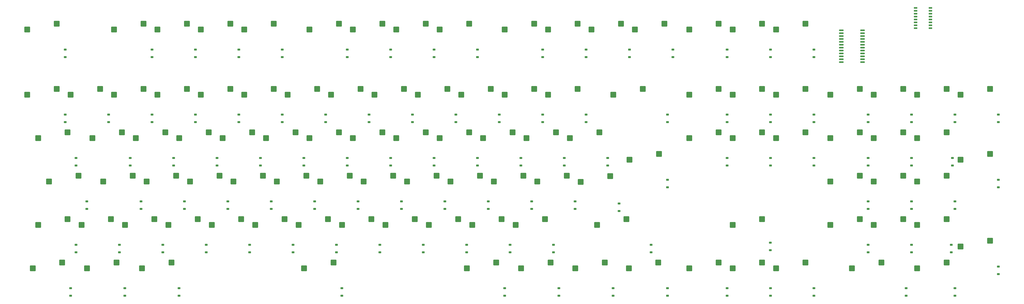
<source format=gbr>
%TF.GenerationSoftware,KiCad,Pcbnew,7.0.10*%
%TF.CreationDate,2024-04-02T12:04:44+02:00*%
%TF.ProjectId,k3yb.it,6b337962-2e69-4742-9e6b-696361645f70,v1.0b*%
%TF.SameCoordinates,Original*%
%TF.FileFunction,Paste,Bot*%
%TF.FilePolarity,Positive*%
%FSLAX46Y46*%
G04 Gerber Fmt 4.6, Leading zero omitted, Abs format (unit mm)*
G04 Created by KiCad (PCBNEW 7.0.10) date 2024-04-02 12:04:44*
%MOMM*%
%LPD*%
G01*
G04 APERTURE LIST*
G04 Aperture macros list*
%AMRoundRect*
0 Rectangle with rounded corners*
0 $1 Rounding radius*
0 $2 $3 $4 $5 $6 $7 $8 $9 X,Y pos of 4 corners*
0 Add a 4 corners polygon primitive as box body*
4,1,4,$2,$3,$4,$5,$6,$7,$8,$9,$2,$3,0*
0 Add four circle primitives for the rounded corners*
1,1,$1+$1,$2,$3*
1,1,$1+$1,$4,$5*
1,1,$1+$1,$6,$7*
1,1,$1+$1,$8,$9*
0 Add four rect primitives between the rounded corners*
20,1,$1+$1,$2,$3,$4,$5,0*
20,1,$1+$1,$4,$5,$6,$7,0*
20,1,$1+$1,$6,$7,$8,$9,0*
20,1,$1+$1,$8,$9,$2,$3,0*%
G04 Aperture macros list end*
%ADD10RoundRect,0.250000X-1.025000X-1.000000X1.025000X-1.000000X1.025000X1.000000X-1.025000X1.000000X0*%
%ADD11RoundRect,0.225000X0.375000X-0.225000X0.375000X0.225000X-0.375000X0.225000X-0.375000X-0.225000X0*%
%ADD12RoundRect,0.150000X0.650000X0.150000X-0.650000X0.150000X-0.650000X-0.150000X0.650000X-0.150000X0*%
%ADD13RoundRect,0.150000X0.875000X0.150000X-0.875000X0.150000X-0.875000X-0.150000X0.875000X-0.150000X0*%
G04 APERTURE END LIST*
D10*
%TO.C,S50*%
X82359500Y-104775000D03*
X69432500Y-107315000D03*
%TD*%
%TO.C,S11*%
X264695000Y-40640000D03*
X277622000Y-38100000D03*
%TD*%
%TO.C,S18*%
X55145000Y-69215000D03*
X68072000Y-66675000D03*
%TD*%
%TO.C,S78*%
X345657500Y-126365000D03*
X358584500Y-123825000D03*
%TD*%
%TO.C,S48*%
X364707500Y-69215000D03*
X377634500Y-66675000D03*
%TD*%
%TO.C,S8*%
X198020000Y-40640000D03*
X210947000Y-38100000D03*
%TD*%
%TO.C,S60*%
X259932500Y-107315000D03*
X272859500Y-104775000D03*
%TD*%
%TO.C,S56*%
X183732500Y-107315000D03*
X196659500Y-104775000D03*
%TD*%
%TO.C,S88*%
X300096250Y-145415000D03*
X313023250Y-142875000D03*
%TD*%
%TO.C,S3*%
X93245000Y-40640000D03*
X106172000Y-38100000D03*
%TD*%
%TO.C,S52*%
X107532500Y-107315000D03*
X120459500Y-104775000D03*
%TD*%
%TO.C,S59*%
X240882500Y-107315000D03*
X253809500Y-104775000D03*
%TD*%
%TO.C,S63*%
X345657500Y-88265000D03*
X358584500Y-85725000D03*
%TD*%
%TO.C,S20*%
X93245000Y-69215000D03*
X106172000Y-66675000D03*
%TD*%
%TO.C,S38*%
X140870000Y-88265000D03*
X153797000Y-85725000D03*
%TD*%
%TO.C,S61*%
X300413750Y-97790000D03*
X313340750Y-95250000D03*
%TD*%
%TO.C,S97*%
X388520000Y-69215000D03*
X401447000Y-66675000D03*
%TD*%
%TO.C,S31*%
X278982500Y-107473750D03*
X291909500Y-104933750D03*
%TD*%
%TO.C,S13*%
X302795000Y-40640000D03*
X315722000Y-38100000D03*
%TD*%
%TO.C,S54*%
X145632500Y-107315000D03*
X158559500Y-104775000D03*
%TD*%
%TO.C,S30*%
X293270000Y-69215000D03*
X306197000Y-66675000D03*
%TD*%
%TO.C,S21*%
X112295000Y-69215000D03*
X125222000Y-66675000D03*
%TD*%
%TO.C,S26*%
X207545000Y-69215000D03*
X220472000Y-66675000D03*
%TD*%
%TO.C,S73*%
X193257500Y-126365000D03*
X206184500Y-123825000D03*
%TD*%
%TO.C,S87*%
X276601250Y-145415000D03*
X289528250Y-142875000D03*
%TD*%
%TO.C,S53*%
X126582500Y-107315000D03*
X139509500Y-104775000D03*
%TD*%
%TO.C,S47*%
X345657500Y-69215000D03*
X358584500Y-66675000D03*
%TD*%
%TO.C,S4*%
X112295000Y-40640000D03*
X125222000Y-38100000D03*
%TD*%
%TO.C,S2*%
X74195000Y-40640000D03*
X87122000Y-38100000D03*
%TD*%
%TO.C,S101*%
X388520000Y-88265000D03*
X401447000Y-85725000D03*
%TD*%
%TO.C,S62*%
X326607500Y-88265000D03*
X339534500Y-85725000D03*
%TD*%
%TO.C,S65*%
X40857500Y-126365000D03*
X53784500Y-123825000D03*
%TD*%
%TO.C,S64*%
X364707500Y-88265000D03*
X377634500Y-85725000D03*
%TD*%
%TO.C,S71*%
X155157500Y-126365000D03*
X168084500Y-123825000D03*
%TD*%
%TO.C,S105*%
X388520000Y-107315000D03*
X401447000Y-104775000D03*
%TD*%
%TO.C,S99*%
X426620000Y-69215000D03*
X439547000Y-66675000D03*
%TD*%
%TO.C,S102*%
X407570000Y-88265000D03*
X420497000Y-85725000D03*
%TD*%
%TO.C,S19*%
X74195000Y-69215000D03*
X87122000Y-66675000D03*
%TD*%
%TO.C,S70*%
X136107500Y-126365000D03*
X149034500Y-123825000D03*
%TD*%
%TO.C,S5*%
X131345000Y-40640000D03*
X144272000Y-38100000D03*
%TD*%
%TO.C,S28*%
X245645000Y-69215000D03*
X258572000Y-66675000D03*
%TD*%
%TO.C,S39*%
X159920000Y-88265000D03*
X172847000Y-85725000D03*
%TD*%
%TO.C,S98*%
X407570000Y-69215000D03*
X420497000Y-66675000D03*
%TD*%
%TO.C,S83*%
X86418750Y-145415000D03*
X99345750Y-142875000D03*
%TD*%
%TO.C,S82*%
X62288750Y-145415000D03*
X75215750Y-142875000D03*
%TD*%
%TO.C,S41*%
X198020000Y-88265000D03*
X210947000Y-85725000D03*
%TD*%
%TO.C,S81*%
X38476250Y-145415000D03*
X51403250Y-142875000D03*
%TD*%
%TO.C,S45*%
X274220000Y-88265000D03*
X287147000Y-85725000D03*
%TD*%
%TO.C,S17*%
X36095000Y-69215000D03*
X49022000Y-66675000D03*
%TD*%
%TO.C,S37*%
X121820000Y-88265000D03*
X134747000Y-85725000D03*
%TD*%
%TO.C,S35*%
X83720000Y-88265000D03*
X96647000Y-85725000D03*
%TD*%
%TO.C,S75*%
X231357500Y-126365000D03*
X244284500Y-123825000D03*
%TD*%
%TO.C,S94*%
X445670000Y-135890000D03*
X458597000Y-133350000D03*
%TD*%
%TO.C,S85*%
X228976250Y-145415000D03*
X241903250Y-142875000D03*
%TD*%
%TO.C,S91*%
X364707500Y-145415000D03*
X377634500Y-142875000D03*
%TD*%
%TO.C,S77*%
X286126250Y-126365000D03*
X299053250Y-123825000D03*
%TD*%
%TO.C,S68*%
X98007500Y-126365000D03*
X110934500Y-123825000D03*
%TD*%
%TO.C,S1*%
X36095000Y-40640000D03*
X49022000Y-38100000D03*
%TD*%
%TO.C,S76*%
X250407500Y-126365000D03*
X263334500Y-123825000D03*
%TD*%
%TO.C,S34*%
X64670000Y-88265000D03*
X77597000Y-85725000D03*
%TD*%
%TO.C,S23*%
X150395000Y-69215000D03*
X163322000Y-66675000D03*
%TD*%
%TO.C,S58*%
X221832500Y-107315000D03*
X234759500Y-104775000D03*
%TD*%
%TO.C,S92*%
X398045000Y-145415000D03*
X410972000Y-142875000D03*
%TD*%
%TO.C,S110*%
X426620000Y-126365000D03*
X439547000Y-123825000D03*
%TD*%
%TO.C,S24*%
X169445000Y-69215000D03*
X182372000Y-66675000D03*
%TD*%
%TO.C,S22*%
X131345000Y-69215000D03*
X144272000Y-66675000D03*
%TD*%
%TO.C,S46*%
X326607500Y-69215000D03*
X339534500Y-66675000D03*
%TD*%
%TO.C,S100*%
X445670000Y-69215000D03*
X458597000Y-66675000D03*
%TD*%
%TO.C,S109*%
X407570000Y-126365000D03*
X420497000Y-123825000D03*
%TD*%
%TO.C,S15*%
X345657500Y-40640000D03*
X358584500Y-38100000D03*
%TD*%
%TO.C,S51*%
X88482500Y-107315000D03*
X101409500Y-104775000D03*
%TD*%
%TO.C,S36*%
X102770000Y-88265000D03*
X115697000Y-85725000D03*
%TD*%
%TO.C,S74*%
X212307500Y-126365000D03*
X225234500Y-123825000D03*
%TD*%
%TO.C,S25*%
X188495000Y-69215000D03*
X201422000Y-66675000D03*
%TD*%
%TO.C,S16*%
X364707500Y-40640000D03*
X377634500Y-38100000D03*
%TD*%
%TO.C,S27*%
X226595000Y-69215000D03*
X239522000Y-66675000D03*
%TD*%
%TO.C,S6*%
X159920000Y-40640000D03*
X172847000Y-38100000D03*
%TD*%
%TO.C,S40*%
X178970000Y-88265000D03*
X191897000Y-85725000D03*
%TD*%
%TO.C,S90*%
X345657500Y-145415000D03*
X358584500Y-142875000D03*
%TD*%
%TO.C,S84*%
X157538750Y-145415000D03*
X170465750Y-142875000D03*
%TD*%
%TO.C,S14*%
X326607500Y-40640000D03*
X339534500Y-38100000D03*
%TD*%
%TO.C,S66*%
X59907500Y-126365000D03*
X72834500Y-123825000D03*
%TD*%
%TO.C,S72*%
X174207500Y-126365000D03*
X187134500Y-123825000D03*
%TD*%
%TO.C,S43*%
X236120000Y-88265000D03*
X249047000Y-85725000D03*
%TD*%
%TO.C,S107*%
X426620000Y-107315000D03*
X439547000Y-104775000D03*
%TD*%
%TO.C,S86*%
X252788750Y-145415000D03*
X265715750Y-142875000D03*
%TD*%
%TO.C,S42*%
X217070000Y-88265000D03*
X229997000Y-85725000D03*
%TD*%
%TO.C,S106*%
X407570000Y-107315000D03*
X420497000Y-104775000D03*
%TD*%
%TO.C,S55*%
X177609500Y-104775000D03*
X164682500Y-107315000D03*
%TD*%
%TO.C,S9*%
X217070000Y-40640000D03*
X229997000Y-38100000D03*
%TD*%
%TO.C,S67*%
X78957500Y-126365000D03*
X91884500Y-123825000D03*
%TD*%
%TO.C,S104*%
X445670000Y-97790000D03*
X458597000Y-95250000D03*
%TD*%
%TO.C,S44*%
X255170000Y-88265000D03*
X268097000Y-85725000D03*
%TD*%
%TO.C,S93*%
X426620000Y-145415000D03*
X439547000Y-142875000D03*
%TD*%
%TO.C,S103*%
X426620000Y-88265000D03*
X439547000Y-85725000D03*
%TD*%
%TO.C,S10*%
X245645000Y-40640000D03*
X258572000Y-38100000D03*
%TD*%
%TO.C,S57*%
X202782500Y-107315000D03*
X215709500Y-104775000D03*
%TD*%
%TO.C,S49*%
X45620000Y-107315000D03*
X58547000Y-104775000D03*
%TD*%
%TO.C,S7*%
X178970000Y-40640000D03*
X191897000Y-38100000D03*
%TD*%
%TO.C,S33*%
X40857500Y-88265000D03*
X53784500Y-85725000D03*
%TD*%
%TO.C,S12*%
X283745000Y-40640000D03*
X296672000Y-38100000D03*
%TD*%
%TO.C,S89*%
X326607500Y-145415000D03*
X339534500Y-142875000D03*
%TD*%
%TO.C,S69*%
X117057500Y-126365000D03*
X129984500Y-123825000D03*
%TD*%
%TO.C,S108*%
X388520000Y-126365000D03*
X401447000Y-123825000D03*
%TD*%
%TO.C,S29*%
X264695000Y-69215000D03*
X277622000Y-66675000D03*
%TD*%
D11*
%TO.C,D67*%
X95567500Y-138430000D03*
X95567500Y-135130000D03*
%TD*%
%TO.C,D73*%
X209867500Y-138430000D03*
X209867500Y-135130000D03*
%TD*%
%TO.C,D69*%
X133667500Y-138430000D03*
X133667500Y-135130000D03*
%TD*%
%TO.C,D46*%
X343217500Y-81280000D03*
X343217500Y-77980000D03*
%TD*%
%TO.C,D22*%
X147955000Y-81280000D03*
X147955000Y-77980000D03*
%TD*%
%TO.C,D61*%
X317023750Y-109855000D03*
X317023750Y-106555000D03*
%TD*%
%TO.C,D60*%
X276542500Y-119380000D03*
X276542500Y-116080000D03*
%TD*%
%TO.C,D43*%
X252730000Y-100330000D03*
X252730000Y-97030000D03*
%TD*%
%TO.C,D81*%
X55086250Y-157480000D03*
X55086250Y-154180000D03*
%TD*%
%TO.C,D28*%
X262255000Y-81280000D03*
X262255000Y-77980000D03*
%TD*%
%TO.C,D104*%
X462280000Y-109855000D03*
X462280000Y-106555000D03*
%TD*%
%TO.C,D25*%
X205105000Y-81280000D03*
X205105000Y-77980000D03*
%TD*%
%TO.C,D47*%
X362267500Y-81280000D03*
X362267500Y-77980000D03*
%TD*%
%TO.C,D101*%
X405130000Y-100330000D03*
X405130000Y-97030000D03*
%TD*%
%TO.C,D30*%
X317023750Y-81280000D03*
X317023750Y-77980000D03*
%TD*%
%TO.C,D26*%
X224155000Y-81280000D03*
X224155000Y-77980000D03*
%TD*%
%TO.C,D10*%
X262255000Y-52705000D03*
X262255000Y-49405000D03*
%TD*%
%TO.C,D74*%
X228917500Y-138430000D03*
X228917500Y-135130000D03*
%TD*%
%TO.C,D14*%
X343217500Y-52705000D03*
X343217500Y-49405000D03*
%TD*%
%TO.C,D99*%
X443230000Y-81280000D03*
X443230000Y-77980000D03*
%TD*%
%TO.C,D35*%
X100330000Y-100330000D03*
X100330000Y-97030000D03*
%TD*%
%TO.C,D56*%
X200342500Y-119380000D03*
X200342500Y-116080000D03*
%TD*%
%TO.C,D27*%
X243205000Y-81280000D03*
X243205000Y-77980000D03*
%TD*%
%TO.C,D9*%
X233680000Y-52705000D03*
X233680000Y-49405000D03*
%TD*%
%TO.C,D86*%
X269398750Y-157480000D03*
X269398750Y-154180000D03*
%TD*%
%TO.C,D11*%
X281305000Y-52705000D03*
X281305000Y-49405000D03*
%TD*%
%TO.C,D31*%
X295783000Y-120298750D03*
X295783000Y-116998750D03*
%TD*%
%TO.C,D33*%
X57467500Y-100330000D03*
X57467500Y-97030000D03*
%TD*%
%TO.C,D103*%
X442087000Y-100330000D03*
X442087000Y-97030000D03*
%TD*%
%TO.C,D78*%
X362155000Y-137455000D03*
X362155000Y-134155000D03*
%TD*%
%TO.C,D45*%
X290830000Y-100330000D03*
X290830000Y-97030000D03*
%TD*%
%TO.C,D92*%
X421798750Y-157480000D03*
X421798750Y-154180000D03*
%TD*%
%TO.C,D66*%
X76517500Y-138430000D03*
X76517500Y-135130000D03*
%TD*%
%TO.C,D51*%
X105092500Y-119380000D03*
X105092500Y-116080000D03*
%TD*%
%TO.C,D105*%
X405130000Y-119380000D03*
X405130000Y-116080000D03*
%TD*%
%TO.C,D53*%
X143192500Y-119380000D03*
X143192500Y-116080000D03*
%TD*%
%TO.C,D63*%
X362267500Y-100330000D03*
X362267500Y-97030000D03*
%TD*%
%TO.C,D91*%
X381317500Y-157480000D03*
X381317500Y-154180000D03*
%TD*%
%TO.C,D52*%
X124142500Y-119380000D03*
X124142500Y-116080000D03*
%TD*%
%TO.C,D19*%
X90805000Y-81280000D03*
X90805000Y-77980000D03*
%TD*%
%TO.C,D94*%
X462280000Y-147955000D03*
X462280000Y-144655000D03*
%TD*%
%TO.C,D12*%
X300355000Y-52705000D03*
X300355000Y-49405000D03*
%TD*%
%TO.C,D75*%
X247967500Y-138430000D03*
X247967500Y-135130000D03*
%TD*%
%TO.C,D90*%
X362267500Y-157480000D03*
X362267500Y-154180000D03*
%TD*%
%TO.C,D39*%
X176530000Y-100330000D03*
X176530000Y-97030000D03*
%TD*%
%TO.C,D59*%
X257492500Y-119380000D03*
X257492500Y-116080000D03*
%TD*%
%TO.C,D83*%
X102711250Y-157480000D03*
X102711250Y-154180000D03*
%TD*%
%TO.C,D89*%
X343217500Y-157480000D03*
X343217500Y-154180000D03*
%TD*%
%TO.C,D18*%
X71755000Y-81280000D03*
X71755000Y-77980000D03*
%TD*%
%TO.C,D13*%
X319405000Y-52705000D03*
X319405000Y-49405000D03*
%TD*%
%TO.C,D108*%
X405130000Y-138430000D03*
X405130000Y-135130000D03*
%TD*%
%TO.C,D55*%
X181292500Y-119380000D03*
X181292500Y-116080000D03*
%TD*%
%TO.C,D54*%
X162242500Y-119380000D03*
X162242500Y-116080000D03*
%TD*%
%TO.C,D24*%
X186055000Y-81280000D03*
X186055000Y-77980000D03*
%TD*%
%TO.C,D93*%
X443230000Y-157480000D03*
X443230000Y-154180000D03*
%TD*%
%TO.C,D34*%
X81280000Y-100330000D03*
X81280000Y-97030000D03*
%TD*%
%TO.C,D40*%
X195580000Y-100330000D03*
X195580000Y-97030000D03*
%TD*%
%TO.C,D49*%
X62230000Y-119380000D03*
X62230000Y-116080000D03*
%TD*%
%TO.C,D68*%
X114617500Y-138430000D03*
X114617500Y-135130000D03*
%TD*%
%TO.C,D16*%
X381317500Y-52705000D03*
X381317500Y-49405000D03*
%TD*%
%TO.C,D41*%
X214630000Y-100330000D03*
X214630000Y-97030000D03*
%TD*%
%TO.C,D8*%
X214630000Y-52705000D03*
X214630000Y-49405000D03*
%TD*%
%TO.C,D87*%
X293211250Y-157480000D03*
X293211250Y-154180000D03*
%TD*%
%TO.C,D110*%
X441579000Y-138429000D03*
X441579000Y-135129000D03*
%TD*%
%TO.C,D84*%
X174148750Y-157480000D03*
X174148750Y-154180000D03*
%TD*%
%TO.C,D50*%
X86042500Y-119380000D03*
X86042500Y-116080000D03*
%TD*%
D12*
%TO.C,U2*%
X432435000Y-31115000D03*
X432435000Y-32385000D03*
X432435000Y-33655000D03*
X432435000Y-34925000D03*
X432435000Y-36195000D03*
X432435000Y-37465000D03*
X432435000Y-38735000D03*
X432435000Y-40005000D03*
X425935000Y-40005000D03*
X425935000Y-38735000D03*
X425935000Y-37465000D03*
X425935000Y-36195000D03*
X425935000Y-34925000D03*
X425935000Y-33655000D03*
X425935000Y-32385000D03*
X425935000Y-31115000D03*
%TD*%
D11*
%TO.C,D71*%
X171767500Y-138430000D03*
X171767500Y-135130000D03*
%TD*%
%TO.C,D17*%
X52705000Y-81280000D03*
X52705000Y-77980000D03*
%TD*%
%TO.C,D1*%
X52705000Y-52705000D03*
X52705000Y-49405000D03*
%TD*%
%TO.C,D88*%
X317023750Y-157480000D03*
X317023750Y-154180000D03*
%TD*%
%TO.C,D100*%
X462280000Y-81280000D03*
X462280000Y-77980000D03*
%TD*%
%TO.C,D58*%
X238442500Y-119380000D03*
X238442500Y-116080000D03*
%TD*%
%TO.C,D20*%
X109855000Y-81280000D03*
X109855000Y-77980000D03*
%TD*%
%TO.C,D36*%
X119380000Y-100330000D03*
X119380000Y-97030000D03*
%TD*%
%TO.C,D97*%
X405130000Y-81280000D03*
X405130000Y-77980000D03*
%TD*%
%TO.C,D107*%
X443230000Y-119380000D03*
X443230000Y-116080000D03*
%TD*%
%TO.C,D7*%
X195580000Y-52705000D03*
X195580000Y-49405000D03*
%TD*%
%TO.C,D85*%
X245586250Y-157480000D03*
X245586250Y-154180000D03*
%TD*%
%TO.C,D3*%
X109855000Y-52705000D03*
X109855000Y-49405000D03*
%TD*%
%TO.C,D42*%
X233680000Y-100330000D03*
X233680000Y-97030000D03*
%TD*%
%TO.C,D98*%
X424180000Y-81280000D03*
X424180000Y-77980000D03*
%TD*%
%TO.C,D82*%
X78898750Y-157480000D03*
X78898750Y-154180000D03*
%TD*%
D13*
%TO.C,U5*%
X402636250Y-40957500D03*
X402636250Y-42227500D03*
X402636250Y-43497500D03*
X402636250Y-44767500D03*
X402636250Y-46037500D03*
X402636250Y-47307500D03*
X402636250Y-48577500D03*
X402636250Y-49847500D03*
X402636250Y-51117500D03*
X402636250Y-52387500D03*
X402636250Y-53657500D03*
X402636250Y-54927500D03*
X393336250Y-54927500D03*
X393336250Y-53657500D03*
X393336250Y-52387500D03*
X393336250Y-51117500D03*
X393336250Y-49847500D03*
X393336250Y-48577500D03*
X393336250Y-47307500D03*
X393336250Y-46037500D03*
X393336250Y-44767500D03*
X393336250Y-43497500D03*
X393336250Y-42227500D03*
X393336250Y-40957500D03*
%TD*%
D11*
%TO.C,D62*%
X343217500Y-100330000D03*
X343217500Y-97030000D03*
%TD*%
%TO.C,D23*%
X167005000Y-81280000D03*
X167005000Y-77980000D03*
%TD*%
%TO.C,D57*%
X219392500Y-119380000D03*
X219392500Y-116080000D03*
%TD*%
%TO.C,D109*%
X424180000Y-138430000D03*
X424180000Y-135130000D03*
%TD*%
%TO.C,D21*%
X128905000Y-81280000D03*
X128905000Y-77980000D03*
%TD*%
%TO.C,D65*%
X57467500Y-138430000D03*
X57467500Y-135130000D03*
%TD*%
%TO.C,D72*%
X190817500Y-138430000D03*
X190817500Y-135130000D03*
%TD*%
%TO.C,D106*%
X424180000Y-119380000D03*
X424180000Y-116080000D03*
%TD*%
%TO.C,D37*%
X138430000Y-100330000D03*
X138430000Y-97030000D03*
%TD*%
%TO.C,D44*%
X271780000Y-100330000D03*
X271780000Y-97030000D03*
%TD*%
%TO.C,D38*%
X157480000Y-100330000D03*
X157480000Y-97030000D03*
%TD*%
%TO.C,D48*%
X381317500Y-81280000D03*
X381317500Y-77980000D03*
%TD*%
%TO.C,D15*%
X362267500Y-52705000D03*
X362267500Y-49405000D03*
%TD*%
%TO.C,D29*%
X281305000Y-81280000D03*
X281305000Y-77980000D03*
%TD*%
%TO.C,D6*%
X176530000Y-52705000D03*
X176530000Y-49405000D03*
%TD*%
%TO.C,D102*%
X424180000Y-100330000D03*
X424180000Y-97030000D03*
%TD*%
%TO.C,D4*%
X128905000Y-52705000D03*
X128905000Y-49405000D03*
%TD*%
%TO.C,D76*%
X267017500Y-138430000D03*
X267017500Y-135130000D03*
%TD*%
%TO.C,D64*%
X381317500Y-100330000D03*
X381317500Y-97030000D03*
%TD*%
%TO.C,D2*%
X90805000Y-52705000D03*
X90805000Y-49405000D03*
%TD*%
%TO.C,D5*%
X147955000Y-52705000D03*
X147955000Y-49405000D03*
%TD*%
%TO.C,D77*%
X309880000Y-138430000D03*
X309880000Y-135130000D03*
%TD*%
%TO.C,D70*%
X152717500Y-138430000D03*
X152717500Y-135130000D03*
%TD*%
M02*

</source>
